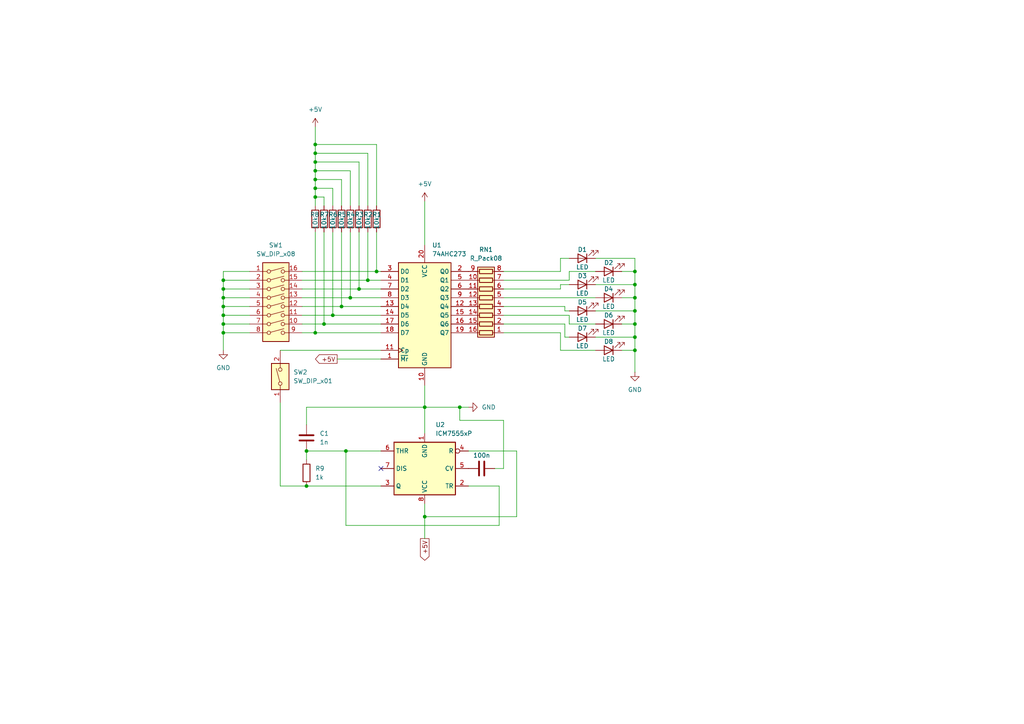
<source format=kicad_sch>
(kicad_sch (version 20250114) (generator "eeschema") (generator_version "9.0")
  (paper "A4")
  (title_block (title "8-Bit D-type Flip-Flop LED Demo") (date "2025-09-20") (rev "1.0") (company "The Lomis Company of Virginia") (comment 1 "Practice PCB Development for Memory Teaching Tool"))
  (lib_symbols
    (symbol "74xx:74AHC273"
      (property "Reference" "U" (at -7.62 16.51 0))
      (property "Value" "74AHC273" (at -7.62 -16.51 0))
      (symbol "74AHC273_1_0"
        (pin input line (at -12.7 12.7 0) (length 5.08) (name "D0") (number "3"))
        (pin input line (at -12.7 10.16 0) (length 5.08) (name "D1") (number "4"))
        (pin input line (at -12.7 7.62 0) (length 5.08) (name "D2") (number "7"))
        (pin input line (at -12.7 5.08 0) (length 5.08) (name "D3") (number "8"))
        (pin input line (at -12.7 2.54 0) (length 5.08) (name "D4") (number "13"))
        (pin input line (at -12.7 0 0) (length 5.08) (name "D5") (number "14"))
        (pin input line (at -12.7 -2.54 0) (length 5.08) (name "D6") (number "17"))
        (pin input line (at -12.7 -5.08 0) (length 5.08) (name "D7") (number "18"))
        (pin input clock (at -12.7 -10.16 0) (length 5.08) (name "Cp") (number "11"))
        (pin input line (at -12.7 -12.7 0) (length 5.08) (name "~{Mr}") (number "1"))
        (pin power_in line (at 0 20.32 270) (length 5.08) (name "VCC") (number "20"))
        (pin power_in line (at 0 -20.32 90) (length 5.08) (name "GND") (number "10"))
        (pin output line (at 12.7 12.7 180) (length 5.08) (name "Q0") (number "2"))
        (pin output line (at 12.7 10.16 180) (length 5.08) (name "Q1") (number "5"))
        (pin output line (at 12.7 7.62 180) (length 5.08) (name "Q2") (number "6"))
        (pin output line (at 12.7 5.08 180) (length 5.08) (name "Q3") (number "9"))
        (pin output line (at 12.7 2.54 180) (length 5.08) (name "Q4") (number "12"))
        (pin output line (at 12.7 0 180) (length 5.08) (name "Q5") (number "15"))
        (pin output line (at 12.7 -2.54 180) (length 5.08) (name "Q6") (number "16"))
        (pin output line (at 12.7 -5.08 180) (length 5.08) (name "Q7") (number "19"))
      )
      (symbol "74AHC273_1_1"
        (rectangle (start -7.62 15.24) (end 7.62 -15.24) (stroke (width 0.254)) (fill (type background)))
      )
    )
    (symbol "Device:C" (pin_numbers (hide yes)) (pin_names (offset 0.254))
      (property "Reference" "C" (at 0.635 2.54 0))
      (property "Value" "C" (at 0.635 -2.54 0))
      (symbol "C_0_1"
        (polyline (pts (xy -2.032 0.762) (xy 2.032 0.762)) (stroke (width 0.508)))
        (polyline (pts (xy -2.032 -0.762) (xy 2.032 -0.762)) (stroke (width 0.508)))
      )
      (symbol "C_1_1"
        (pin passive line (at 0 3.81 270) (length 2.794) (name "~") (number "1"))
        (pin passive line (at 0 -3.81 90) (length 2.794) (name "~") (number "2"))
      )
    )
    (symbol "Device:LED" (pin_numbers (hide yes)) (pin_names (offset 1.016) (hide yes))
      (property "Reference" "D" (at 0 2.54 0))
      (property "Value" "LED" (at 0 -2.54 0))
      (symbol "LED_0_1"
        (polyline (pts (xy -3.048 -0.762) (xy -4.572 -2.286) (xy -3.81 -2.286) (xy -4.572 -2.286) (xy -4.572 -1.524)))
        (polyline (pts (xy -1.778 -0.762) (xy -3.302 -2.286) (xy -2.54 -2.286) (xy -3.302 -2.286) (xy -3.302 -1.524)))
        (polyline (pts (xy -1.27 0) (xy 1.27 0)))
        (polyline (pts (xy -1.27 -1.27) (xy -1.27 1.27)) (stroke (width 0.254)))
        (polyline (pts (xy 1.27 -1.27) (xy 1.27 1.27) (xy -1.27 0) (xy 1.27 -1.27)) (stroke (width 0.254)))
      )
      (symbol "LED_1_1"
        (pin passive line (at -3.81 0 0) (length 2.54) (name "K") (number "1"))
        (pin passive line (at 3.81 0 180) (length 2.54) (name "A") (number "2"))
      )
    )
    (symbol "Device:R" (pin_numbers (hide yes)) (pin_names (offset 0))
      (property "Reference" "R" (at 2.032 0 90))
      (property "Value" "R" (at 0 0 90))
      (symbol "R_0_1"
        (rectangle (start -1.016 -2.54) (end 1.016 2.54) (stroke (width 0.254)))
      )
      (symbol "R_1_1"
        (pin passive line (at 0 3.81 270) (length 1.27) (name "~") (number "1"))
        (pin passive line (at 0 -3.81 90) (length 1.27) (name "~") (number "2"))
      )
    )
    (symbol "Device:R_Pack08" (pin_names (offset 0) (hide yes))
      (property "Reference" "RN" (at -12.7 0 90))
      (property "Value" "R_Pack08" (at 10.16 0 90))
      (symbol "R_Pack08_0_1"
        (rectangle (start -11.43 -2.413) (end 8.89 2.413) (stroke (width 0.254)) (fill (type background)))
        (rectangle (start -10.795 1.905) (end -9.525 -1.905) (stroke (width 0.254)))
        (polyline (pts (xy -10.16 1.905) (xy -10.16 2.54)))
        (polyline (pts (xy -10.16 -2.54) (xy -10.16 -1.905)))
        (rectangle (start -8.255 1.905) (end -6.985 -1.905) (stroke (width 0.254)))
        (polyline (pts (xy -7.62 1.905) (xy -7.62 2.54)))
        (polyline (pts (xy -7.62 -2.54) (xy -7.62 -1.905)))
        (rectangle (start -5.715 1.905) (end -4.445 -1.905) (stroke (width 0.254)))
        (polyline (pts (xy -5.08 1.905) (xy -5.08 2.54)))
        (polyline (pts (xy -5.08 -2.54) (xy -5.08 -1.905)))
        (rectangle (start -3.175 1.905) (end -1.905 -1.905) (stroke (width 0.254)))
        (polyline (pts (xy -2.54 1.905) (xy -2.54 2.54)))
        (polyline (pts (xy -2.54 -2.54) (xy -2.54 -1.905)))
        (rectangle (start -0.635 1.905) (end 0.635 -1.905) (stroke (width 0.254)))
        (polyline (pts (xy 0 1.905) (xy 0 2.54)))
        (polyline (pts (xy 0 -2.54) (xy 0 -1.905)))
        (rectangle (start 1.905 1.905) (end 3.175 -1.905) (stroke (width 0.254)))
        (polyline (pts (xy 2.54 1.905) (xy 2.54 2.54)))
        (polyline (pts (xy 2.54 -2.54) (xy 2.54 -1.905)))
        (rectangle (start 4.445 1.905) (end 5.715 -1.905) (stroke (width 0.254)))
        (polyline (pts (xy 5.08 1.905) (xy 5.08 2.54)))
        (polyline (pts (xy 5.08 -2.54) (xy 5.08 -1.905)))
        (rectangle (start 6.985 1.905) (end 8.255 -1.905) (stroke (width 0.254)))
        (polyline (pts (xy 7.62 1.905) (xy 7.62 2.54)))
        (polyline (pts (xy 7.62 -2.54) (xy 7.62 -1.905)))
      )
      (symbol "R_Pack08_1_1"
        (pin passive line (at -10.16 5.08 270) (length 2.54) (name "R1.2") (number "16"))
        (pin passive line (at -10.16 -5.08 90) (length 2.54) (name "R1.1") (number "1"))
        (pin passive line (at -7.62 5.08 270) (length 2.54) (name "R2.2") (number "15"))
        (pin passive line (at -7.62 -5.08 90) (length 2.54) (name "R2.1") (number "2"))
        (pin passive line (at -5.08 5.08 270) (length 2.54) (name "R3.2") (number "14"))
        (pin passive line (at -5.08 -5.08 90) (length 2.54) (name "R3.1") (number "3"))
        (pin passive line (at -2.54 5.08 270) (length 2.54) (name "R4.2") (number "13"))
        (pin passive line (at -2.54 -5.08 90) (length 2.54) (name "R4.1") (number "4"))
        (pin passive line (at 0 5.08 270) (length 2.54) (name "R5.2") (number "12"))
        (pin passive line (at 0 -5.08 90) (length 2.54) (name "R5.1") (number "5"))
        (pin passive line (at 2.54 5.08 270) (length 2.54) (name "R6.2") (number "11"))
        (pin passive line (at 2.54 -5.08 90) (length 2.54) (name "R6.1") (number "6"))
        (pin passive line (at 5.08 5.08 270) (length 2.54) (name "R7.2") (number "10"))
        (pin passive line (at 5.08 -5.08 90) (length 2.54) (name "R7.1") (number "7"))
        (pin passive line (at 7.62 5.08 270) (length 2.54) (name "R8.2") (number "9"))
        (pin passive line (at 7.62 -5.08 90) (length 2.54) (name "R8.1") (number "8"))
      )
    )
    (symbol "R_1" (pin_numbers (hide yes)) (pin_names (offset 0))
      (property "Reference" "R" (at 2.032 0 90))
      (property "Value" "R" (at 0 0 90))
      (symbol "R_1_0_1"
        (rectangle (start -1.016 -2.54) (end 1.016 2.54) (stroke (width 0.254)))
      )
      (symbol "R_1_1_1"
        (pin passive line (at 0 3.81 270) (length 1.27) (name "~") (number "1"))
        (pin passive line (at 0 -3.81 90) (length 1.27) (name "~") (number "2"))
      )
    )
    (symbol "Switch:SW_DIP_x01" (pin_names (offset 0) (hide yes))
      (property "Reference" "SW" (at 0 3.81 0))
      (property "Value" "SW_DIP_x01" (at 0 -3.81 0))
      (symbol "SW_DIP_x01_0_0"
        (circle (center -2.032 0) (radius 0.508))
        (polyline (pts (xy -1.524 0.127) (xy 2.3622 1.1684)))
        (circle (center 2.032 0) (radius 0.508))
      )
      (symbol "SW_DIP_x01_0_1"
        (rectangle (start -3.81 2.54) (end 3.81 -2.54) (stroke (width 0.254)) (fill (type background)))
      )
      (symbol "SW_DIP_x01_1_1"
        (pin passive line (at -7.62 0 0) (length 5.08) (name "~") (number "1"))
        (pin passive line (at 7.62 0 180) (length 5.08) (name "~") (number "2"))
      )
    )
    (symbol "Switch:SW_DIP_x08" (pin_names (offset 0) (hide yes))
      (property "Reference" "SW" (at 0 13.97 0))
      (property "Value" "SW_DIP_x08" (at 0 -11.43 0))
      (symbol "SW_DIP_x08_0_0"
        (circle (center -2.032 10.16) (radius 0.508))
        (circle (center -2.032 7.62) (radius 0.508))
        (circle (center -2.032 5.08) (radius 0.508))
        (circle (center -2.032 2.54) (radius 0.508))
        (circle (center -2.032 0) (radius 0.508))
        (circle (center -2.032 -2.54) (radius 0.508))
        (circle (center -2.032 -5.08) (radius 0.508))
        (circle (center -2.032 -7.62) (radius 0.508))
        (polyline (pts (xy -1.524 10.287) (xy 2.3622 11.3284)))
        (polyline (pts (xy -1.524 7.747) (xy 2.3622 8.7884)))
        (polyline (pts (xy -1.524 5.207) (xy 2.3622 6.2484)))
        (polyline (pts (xy -1.524 2.667) (xy 2.3622 3.7084)))
        (polyline (pts (xy -1.524 0.127) (xy 2.3622 1.1684)))
        (polyline (pts (xy -1.524 -2.3876) (xy 2.3622 -1.3462)))
        (polyline (pts (xy -1.524 -4.9276) (xy 2.3622 -3.8862)))
        (polyline (pts (xy -1.524 -7.4676) (xy 2.3622 -6.4262)))
        (circle (center 2.032 10.16) (radius 0.508))
        (circle (center 2.032 7.62) (radius 0.508))
        (circle (center 2.032 5.08) (radius 0.508))
        (circle (center 2.032 2.54) (radius 0.508))
        (circle (center 2.032 0) (radius 0.508))
        (circle (center 2.032 -2.54) (radius 0.508))
        (circle (center 2.032 -5.08) (radius 0.508))
        (circle (center 2.032 -7.62) (radius 0.508))
      )
      (symbol "SW_DIP_x08_0_1"
        (rectangle (start -3.81 12.7) (end 3.81 -10.16) (stroke (width 0.254)) (fill (type background)))
      )
      (symbol "SW_DIP_x08_1_1"
        (pin passive line (at -7.62 10.16 0) (length 5.08) (name "~") (number "1"))
        (pin passive line (at -7.62 7.62 0) (length 5.08) (name "~") (number "2"))
        (pin passive line (at -7.62 5.08 0) (length 5.08) (name "~") (number "3"))
        (pin passive line (at -7.62 2.54 0) (length 5.08) (name "~") (number "4"))
        (pin passive line (at -7.62 0 0) (length 5.08) (name "~") (number "5"))
        (pin passive line (at -7.62 -2.54 0) (length 5.08) (name "~") (number "6"))
        (pin passive line (at -7.62 -5.08 0) (length 5.08) (name "~") (number "7"))
        (pin passive line (at -7.62 -7.62 0) (length 5.08) (name "~") (number "8"))
        (pin passive line (at 7.62 10.16 180) (length 5.08) (name "~") (number "16"))
        (pin passive line (at 7.62 7.62 180) (length 5.08) (name "~") (number "15"))
        (pin passive line (at 7.62 5.08 180) (length 5.08) (name "~") (number "14"))
        (pin passive line (at 7.62 2.54 180) (length 5.08) (name "~") (number "13"))
        (pin passive line (at 7.62 0 180) (length 5.08) (name "~") (number "12"))
        (pin passive line (at 7.62 -2.54 180) (length 5.08) (name "~") (number "11"))
        (pin passive line (at 7.62 -5.08 180) (length 5.08) (name "~") (number "10"))
        (pin passive line (at 7.62 -7.62 180) (length 5.08) (name "~") (number "9"))
      )
    )
    (symbol "Timer:ICM7555xP"
      (property "Reference" "U" (at -10.16 8.89 0))
      (property "Value" "ICM7555xP" (at 2.54 8.89 0))
      (symbol "ICM7555xP_0_0"
        (pin power_in line (at 0 10.16 270) (length 2.54) (name "VCC") (number "8"))
        (pin power_in line (at 0 -10.16 90) (length 2.54) (name "GND") (number "1"))
      )
      (symbol "ICM7555xP_0_1"
        (rectangle (start -8.89 -7.62) (end 8.89 7.62) (stroke (width 0.254)) (fill (type background)))
        (rectangle (start -8.89 -7.62) (end 8.89 7.62) (stroke (width 0.254)) (fill (type background)))
      )
      (symbol "ICM7555xP_1_1"
        (pin input line (at -12.7 5.08 0) (length 3.81) (name "TR") (number "2"))
        (pin input line (at -12.7 0 0) (length 3.81) (name "CV") (number "5"))
        (pin input inverted (at -12.7 -5.08 0) (length 3.81) (name "R") (number "4"))
        (pin output line (at 12.7 5.08 180) (length 3.81) (name "Q") (number "3"))
        (pin input line (at 12.7 0 180) (length 3.81) (name "DIS") (number "7"))
        (pin input line (at 12.7 -5.08 180) (length 3.81) (name "THR") (number "6"))
      )
    )
    (symbol "power:+5V" (power) (pin_numbers (hide yes)) (pin_names (offset 0) (hide yes))
      (property "Value" "+5V" (at 0 3.556 0))
      (symbol "+5V_0_1"
        (polyline (pts (xy -0.762 1.27) (xy 0 2.54)))
        (polyline (pts (xy 0 2.54) (xy 0.762 1.27)))
        (polyline (pts (xy 0 0) (xy 0 2.54)))
      )
      (symbol "+5V_1_1"
        (pin power_in line (at 0 0 90) (length 0) (name "~") (number "1"))
      )
    )
    (symbol "power:GND" (power) (pin_numbers (hide yes)) (pin_names (offset 0) (hide yes))
      (property "Value" "GND" (at 0 -3.81 0))
      (symbol "GND_0_1"
        (polyline (pts (xy 0 0) (xy 0 -1.27) (xy 1.27 -1.27) (xy 0 -2.54) (xy -1.27 -1.27) (xy 0 -1.27)))
      )
      (symbol "GND_1_1"
        (pin power_in line (at 0 0 270) (length 0) (name "~") (number "1"))
      )
    )
  )
  (junction (at 91.44 54.61))
  (junction (at 91.44 44.45))
  (junction (at 64.77 88.9))
  (junction (at 64.77 96.52))
  (junction (at 93.98 93.98))
  (junction (at 184.15 90.17))
  (junction (at 91.44 57.15))
  (junction (at 91.44 96.52))
  (junction (at 91.44 49.53))
  (junction (at 99.06 88.9))
  (junction (at 88.9 140.97))
  (junction (at 88.9 130.81))
  (junction (at 104.14 83.82))
  (junction (at 109.22 78.74))
  (junction (at 91.44 46.99))
  (junction (at 184.15 86.36))
  (junction (at 64.77 93.98))
  (junction (at 184.15 93.98))
  (junction (at 100.33 130.81))
  (junction (at 64.77 91.44))
  (junction (at 123.19 118.11))
  (junction (at 64.77 81.28))
  (junction (at 133.35 118.11))
  (junction (at 184.15 97.79))
  (junction (at 184.15 101.6))
  (junction (at 184.15 82.55))
  (junction (at 64.77 86.36))
  (junction (at 64.77 83.82))
  (junction (at 101.6 86.36))
  (junction (at 91.44 52.07))
  (junction (at 184.15 78.74))
  (junction (at 96.52 91.44))
  (junction (at 106.68 81.28))
  (junction (at 123.19 149.86))
  (junction (at 91.44 41.91))
  (no_connect (at 110.49 135.89))
  (wire (pts (xy 99.06 67.31) (xy 99.06 88.9)))
  (wire (pts (xy 146.05 88.9) (xy 163.83 88.9)))
  (wire (pts (xy 72.39 91.44) (xy 64.77 91.44)))
  (wire (pts (xy 146.05 81.28) (xy 165.1 81.28)))
  (wire (pts (xy 184.15 82.55) (xy 172.72 82.55)))
  (wire (pts (xy 81.28 140.97) (xy 88.9 140.97)))
  (wire (pts (xy 165.1 78.74) (xy 172.72 78.74)))
  (wire (pts (xy 91.44 57.15) (xy 91.44 59.69)))
  (wire (pts (xy 91.44 54.61) (xy 91.44 57.15)))
  (wire (pts (xy 72.39 78.74) (xy 64.77 78.74)))
  (wire (pts (xy 146.05 135.89) (xy 146.05 121.92)))
  (wire (pts (xy 101.6 59.69) (xy 101.6 49.53)))
  (wire (pts (xy 99.06 59.69) (xy 99.06 52.07)))
  (wire (pts (xy 64.77 91.44) (xy 64.77 93.98)))
  (wire (pts (xy 109.22 67.31) (xy 109.22 78.74)))
  (wire (pts (xy 87.63 86.36) (xy 101.6 86.36)))
  (wire (pts (xy 72.39 96.52) (xy 64.77 96.52)))
  (wire (pts (xy 184.15 101.6) (xy 184.15 107.95)))
  (wire (pts (xy 184.15 90.17) (xy 184.15 86.36)))
  (wire (pts (xy 172.72 90.17) (xy 184.15 90.17)))
  (wire (pts (xy 72.39 83.82) (xy 64.77 83.82)))
  (wire (pts (xy 88.9 133.35) (xy 88.9 130.81)))
  (wire (pts (xy 87.63 88.9) (xy 99.06 88.9)))
  (wire (pts (xy 87.63 83.82) (xy 104.14 83.82)))
  (wire (pts (xy 146.05 93.98) (xy 163.83 93.98)))
  (wire (pts (xy 165.1 91.44) (xy 165.1 93.98)))
  (wire (pts (xy 88.9 130.81) (xy 100.33 130.81)))
  (wire (pts (xy 91.44 54.61) (xy 96.52 54.61)))
  (wire (pts (xy 64.77 83.82) (xy 64.77 86.36)))
  (wire (pts (xy 91.44 49.53) (xy 101.6 49.53)))
  (wire (pts (xy 88.9 118.11) (xy 123.19 118.11)))
  (wire (pts (xy 135.89 130.81) (xy 149.86 130.81)))
  (wire (pts (xy 93.98 57.15) (xy 91.44 57.15)))
  (wire (pts (xy 123.19 111.76) (xy 123.19 118.11)))
  (wire (pts (xy 162.56 101.6) (xy 172.72 101.6)))
  (wire (pts (xy 104.14 59.69) (xy 104.14 46.99)))
  (wire (pts (xy 133.35 121.92) (xy 133.35 118.11)))
  (wire (pts (xy 184.15 101.6) (xy 184.15 97.79)))
  (wire (pts (xy 109.22 41.91) (xy 91.44 41.91)))
  (wire (pts (xy 109.22 78.74) (xy 110.49 78.74)))
  (wire (pts (xy 123.19 118.11) (xy 123.19 125.73)))
  (wire (pts (xy 184.15 78.74) (xy 184.15 74.93)))
  (wire (pts (xy 88.9 123.19) (xy 88.9 118.11)))
  (wire (pts (xy 64.77 93.98) (xy 64.77 96.52)))
  (wire (pts (xy 87.63 81.28) (xy 106.68 81.28)))
  (wire (pts (xy 100.33 130.81) (xy 110.49 130.81)))
  (wire (pts (xy 123.19 149.86) (xy 123.19 156.21)))
  (wire (pts (xy 184.15 86.36) (xy 180.34 86.36)))
  (wire (pts (xy 163.83 93.98) (xy 163.83 97.79)))
  (wire (pts (xy 91.44 52.07) (xy 99.06 52.07)))
  (wire (pts (xy 91.44 46.99) (xy 91.44 49.53)))
  (wire (pts (xy 106.68 59.69) (xy 106.68 44.45)))
  (wire (pts (xy 133.35 118.11) (xy 135.89 118.11)))
  (wire (pts (xy 91.44 67.31) (xy 91.44 96.52)))
  (wire (pts (xy 162.56 82.55) (xy 165.1 82.55)))
  (wire (pts (xy 91.44 96.52) (xy 110.49 96.52)))
  (wire (pts (xy 162.56 78.74) (xy 162.56 74.93)))
  (wire (pts (xy 144.78 152.4) (xy 100.33 152.4)))
  (wire (pts (xy 149.86 130.81) (xy 149.86 149.86)))
  (wire (pts (xy 100.33 152.4) (xy 100.33 130.81)))
  (wire (pts (xy 146.05 83.82) (xy 162.56 83.82)))
  (wire (pts (xy 64.77 96.52) (xy 64.77 101.6)))
  (wire (pts (xy 162.56 96.52) (xy 162.56 101.6)))
  (wire (pts (xy 123.19 118.11) (xy 133.35 118.11)))
  (wire (pts (xy 96.52 67.31) (xy 96.52 91.44)))
  (wire (pts (xy 91.44 49.53) (xy 91.44 52.07)))
  (wire (pts (xy 143.51 135.89) (xy 146.05 135.89)))
  (wire (pts (xy 162.56 83.82) (xy 162.56 82.55)))
  (wire (pts (xy 184.15 93.98) (xy 184.15 90.17)))
  (wire (pts (xy 93.98 59.69) (xy 93.98 57.15)))
  (wire (pts (xy 87.63 93.98) (xy 93.98 93.98)))
  (wire (pts (xy 93.98 67.31) (xy 93.98 93.98)))
  (wire (pts (xy 172.72 97.79) (xy 184.15 97.79)))
  (wire (pts (xy 64.77 88.9) (xy 64.77 91.44)))
  (wire (pts (xy 96.52 59.69) (xy 96.52 54.61)))
  (wire (pts (xy 91.44 36.83) (xy 91.44 41.91)))
  (wire (pts (xy 97.79 104.14) (xy 110.49 104.14)))
  (wire (pts (xy 104.14 46.99) (xy 91.44 46.99)))
  (wire (pts (xy 146.05 96.52) (xy 162.56 96.52)))
  (wire (pts (xy 91.44 44.45) (xy 91.44 46.99)))
  (wire (pts (xy 184.15 82.55) (xy 184.15 78.74)))
  (wire (pts (xy 146.05 78.74) (xy 162.56 78.74)))
  (wire (pts (xy 93.98 93.98) (xy 110.49 93.98)))
  (wire (pts (xy 163.83 97.79) (xy 165.1 97.79)))
  (wire (pts (xy 91.44 41.91) (xy 91.44 44.45)))
  (wire (pts (xy 72.39 93.98) (xy 64.77 93.98)))
  (wire (pts (xy 165.1 81.28) (xy 165.1 78.74)))
  (wire (pts (xy 87.63 91.44) (xy 96.52 91.44)))
  (wire (pts (xy 123.19 58.42) (xy 123.19 71.12)))
  (wire (pts (xy 123.19 149.86) (xy 149.86 149.86)))
  (wire (pts (xy 64.77 81.28) (xy 64.77 83.82)))
  (wire (pts (xy 99.06 88.9) (xy 110.49 88.9)))
  (wire (pts (xy 101.6 67.31) (xy 101.6 86.36)))
  (wire (pts (xy 146.05 91.44) (xy 165.1 91.44)))
  (wire (pts (xy 184.15 97.79) (xy 184.15 93.98)))
  (wire (pts (xy 106.68 44.45) (xy 91.44 44.45)))
  (wire (pts (xy 106.68 67.31) (xy 106.68 81.28)))
  (wire (pts (xy 72.39 81.28) (xy 64.77 81.28)))
  (wire (pts (xy 110.49 101.6) (xy 81.28 101.6)))
  (wire (pts (xy 72.39 86.36) (xy 64.77 86.36)))
  (wire (pts (xy 162.56 74.93) (xy 165.1 74.93)))
  (wire (pts (xy 163.83 90.17) (xy 165.1 90.17)))
  (wire (pts (xy 184.15 86.36) (xy 184.15 82.55)))
  (wire (pts (xy 87.63 96.52) (xy 91.44 96.52)))
  (wire (pts (xy 163.83 88.9) (xy 163.83 90.17)))
  (wire (pts (xy 64.77 78.74) (xy 64.77 81.28)))
  (wire (pts (xy 91.44 52.07) (xy 91.44 54.61)))
  (wire (pts (xy 96.52 91.44) (xy 110.49 91.44)))
  (wire (pts (xy 146.05 86.36) (xy 172.72 86.36)))
  (wire (pts (xy 106.68 81.28) (xy 110.49 81.28)))
  (wire (pts (xy 81.28 116.84) (xy 81.28 140.97)))
  (wire (pts (xy 180.34 101.6) (xy 184.15 101.6)))
  (wire (pts (xy 88.9 140.97) (xy 110.49 140.97)))
  (wire (pts (xy 180.34 93.98) (xy 184.15 93.98)))
  (wire (pts (xy 104.14 67.31) (xy 104.14 83.82)))
  (wire (pts (xy 101.6 86.36) (xy 110.49 86.36)))
  (wire (pts (xy 146.05 121.92) (xy 133.35 121.92)))
  (wire (pts (xy 123.19 146.05) (xy 123.19 149.86)))
  (wire (pts (xy 104.14 83.82) (xy 110.49 83.82)))
  (wire (pts (xy 144.78 140.97) (xy 144.78 152.4)))
  (wire (pts (xy 109.22 59.69) (xy 109.22 41.91)))
  (wire (pts (xy 135.89 140.97) (xy 144.78 140.97)))
  (wire (pts (xy 184.15 78.74) (xy 180.34 78.74)))
  (wire (pts (xy 184.15 74.93) (xy 172.72 74.93)))
  (wire (pts (xy 165.1 93.98) (xy 172.72 93.98)))
  (wire (pts (xy 87.63 78.74) (xy 109.22 78.74)))
  (wire (pts (xy 72.39 88.9) (xy 64.77 88.9)))
  (wire (pts (xy 64.77 86.36) (xy 64.77 88.9)))
  (global_label "+5V" (shape output) (at 123.19 156.21 270) (property "Intersheetrefs" "${INTERSHEET_REFS}" (effects (hide yes))))
  (global_label "+5V" (shape output) (at 97.79 104.14 180) (property "Intersheetrefs" "${INTERSHEET_REFS}" (effects (hide yes))))
  (symbol (lib_id "Device:C") (at 139.7 135.89 90) (unit 1)
    (property "Reference" "C2" (effects (hide yes)))
    (property "Value" "100n" (at 139.7 132.08 90))
    (property "Footprint" "Capacitor_THT:C_Disc_D7.5mm_W2.5mm_P5.00mm" (effects (hide yes)))
    (property "Description" "Unpolarized capacitor" (effects (hide yes)))
  )
  (symbol (lib_id "Device:LED") (at 168.91 97.79 180) (unit 1)
    (property "Reference" "D7" (at 168.91 95.25 0))
    (property "Value" "LED" (at 168.91 100.33 0))
    (property "Footprint" "LED_THT:LED_D10.0mm" (effects (hide yes)))
    (property "Description" "Light emitting diode" (effects (hide yes)))
    (property "Sim.Pins" "1=K 2=A" (effects (hide yes)))
  )
  (symbol (lib_id "Device:R") (at 106.68 63.5 0) (unit 1)
    (property "Reference" "R2" (at 105.41 62.23 0) (effects (justify left)))
    (property "Value" "10k" (at 106.68 66.548 90) (effects (justify left)))
    (property "Footprint" "Resistor_THT:R_Axial_DIN0207_L6.3mm_D2.5mm_P7.62mm_Horizontal" (effects (hide yes)))
    (property "Description" "Resistor" (effects (hide yes)))
  )
  (symbol (lib_name "R_1") (lib_id "Device:R") (at 91.44 63.5 0) (unit 1)
    (property "Reference" "R8" (at 89.916 62.23 0) (effects (justify left)))
    (property "Value" "10k" (at 91.44 66.548 90) (effects (justify left)))
    (property "Footprint" "Resistor_THT:R_Axial_DIN0207_L6.3mm_D2.5mm_P7.62mm_Horizontal" (effects (hide yes)))
    (property "Description" "Resistor" (effects (hide yes)))
  )
  (symbol (lib_id "Device:LED") (at 168.91 74.93 180) (unit 1)
    (property "Reference" "D1" (at 168.91 72.39 0))
    (property "Value" "LED" (at 168.91 77.47 0))
    (property "Footprint" "LED_THT:LED_D10.0mm" (effects (hide yes)))
    (property "Description" "Light emitting diode" (effects (hide yes)))
    (property "Sim.Pins" "1=K 2=A" (effects (hide yes)))
  )
  (symbol (lib_id "power:+5V") (at 91.44 36.83 0) (unit 1)
    (property "Reference" "#PWR05" (effects (hide yes)))
    (property "Value" "+5V" (at 91.44 31.75 0))
    (property "Description" "Power symbol creates a global label with name \"+5V\"" (effects (hide yes)))
  )
  (symbol (lib_id "Device:LED") (at 176.53 93.98 180) (unit 1)
    (property "Reference" "D6" (at 176.53 91.44 0))
    (property "Value" "LED" (at 176.53 96.52 0))
    (property "Footprint" "LED_THT:LED_D10.0mm" (effects (hide yes)))
    (property "Description" "Light emitting diode" (effects (hide yes)))
    (property "Sim.Pins" "1=K 2=A" (effects (hide yes)))
  )
  (symbol (lib_id "Switch:SW_DIP_x01") (at 81.28 109.22 90) (unit 1)
    (property "Reference" "SW2" (at 85.09 107.9499 90) (effects (justify right)))
    (property "Value" "SW_DIP_x01" (at 85.09 110.4899 90) (effects (justify right)))
    (property "Footprint" "Button_Switch_THT:SW_DIP_SPSTx01_Slide_9.78x4.72mm_W7.62mm_P2.54mm" (effects (hide yes)))
    (property "Description" "1x DIP Switch, Single Pole Single Throw (SPST) switch, small symbol" (effects (hide yes)))
  )
  (symbol (lib_id "power:GND") (at 64.77 101.6 0) (unit 1)
    (property "Reference" "#PWR02" (effects (hide yes)))
    (property "Value" "GND" (at 64.77 106.68 0))
    (property "Description" "Power symbol creates a global label with name \"GND\" , ground" (effects (hide yes)))
  )
  (symbol (lib_id "Device:R") (at 99.06 63.5 0) (unit 1)
    (property "Reference" "R5" (at 97.79 62.23 0) (effects (justify left)))
    (property "Value" "10k" (at 99.06 66.548 90) (effects (justify left)))
    (property "Footprint" "Resistor_THT:R_Axial_DIN0207_L6.3mm_D2.5mm_P7.62mm_Horizontal" (effects (hide yes)))
    (property "Description" "Resistor" (effects (hide yes)))
  )
  (symbol (lib_id "Device:R_Pack08") (at 140.97 86.36 90) (unit 1)
    (property "Reference" "RN1" (at 140.97 72.39 90))
    (property "Value" "R_Pack08" (at 140.97 74.93 90))
    (property "Footprint" "Package_DIP:DIP-16_W7.62mm_Socket" (effects (hide yes)))
    (property "Description" "8 resistor network, parallel topology" (effects (hide yes)))
  )
  (symbol (lib_id "Device:R") (at 93.98 63.5 0) (unit 1)
    (property "Reference" "R7" (at 92.71 62.23 0) (effects (justify left)))
    (property "Value" "10k" (at 93.98 66.548 90) (effects (justify left)))
    (property "Footprint" "Resistor_THT:R_Axial_DIN0207_L6.3mm_D2.5mm_P7.62mm_Horizontal" (effects (hide yes)))
    (property "Description" "Resistor" (effects (hide yes)))
  )
  (symbol (lib_id "Device:LED") (at 168.91 82.55 180) (unit 1)
    (property "Reference" "D3" (at 168.91 80.01 0))
    (property "Value" "LED" (at 168.91 85.09 0))
    (property "Footprint" "LED_THT:LED_D10.0mm" (effects (hide yes)))
    (property "Description" "Light emitting diode" (effects (hide yes)))
    (property "Sim.Pins" "1=K 2=A" (effects (hide yes)))
  )
  (symbol (lib_id "Device:R") (at 88.9 137.16 0) (unit 1)
    (property "Reference" "R9" (at 91.44 135.8899 0) (effects (justify left)))
    (property "Value" "1k" (at 91.44 138.4299 0) (effects (justify left)))
    (property "Footprint" "Resistor_THT:R_Axial_DIN0207_L6.3mm_D2.5mm_P7.62mm_Horizontal" (effects (hide yes)))
    (property "Description" "Resistor" (effects (hide yes)))
  )
  (symbol (lib_id "Device:LED") (at 176.53 78.74 180) (unit 1)
    (property "Reference" "D2" (at 176.53 76.2 0))
    (property "Value" "LED" (at 176.53 81.28 0))
    (property "Footprint" "LED_THT:LED_D10.0mm" (effects (hide yes)))
    (property "Description" "Light emitting diode" (effects (hide yes)))
    (property "Sim.Pins" "1=K 2=A" (effects (hide yes)))
  )
  (symbol (lib_id "Device:LED") (at 176.53 86.36 180) (unit 1)
    (property "Reference" "D4" (at 176.53 83.82 0))
    (property "Value" "LED" (at 176.53 88.9 0))
    (property "Footprint" "LED_THT:LED_D10.0mm" (effects (hide yes)))
    (property "Description" "Light emitting diode" (effects (hide yes)))
    (property "Sim.Pins" "1=K 2=A" (effects (hide yes)))
  )
  (symbol (lib_id "Device:R") (at 96.52 63.5 0) (unit 1)
    (property "Reference" "R6" (at 95.25 62.23 0) (effects (justify left)))
    (property "Value" "10k" (at 96.52 66.548 90) (effects (justify left)))
    (property "Footprint" "Resistor_THT:R_Axial_DIN0207_L6.3mm_D2.5mm_P7.62mm_Horizontal" (effects (hide yes)))
    (property "Description" "Resistor" (effects (hide yes)))
  )
  (symbol (lib_id "power:GND") (at 135.89 118.11 90) (unit 1)
    (property "Reference" "#PWR01" (effects (hide yes)))
    (property "Value" "GND" (at 139.7 118.1099 90) (effects (justify right)))
    (property "Description" "Power symbol creates a global label with name \"GND\" , ground" (effects (hide yes)))
  )
  (symbol (lib_id "Device:R") (at 109.22 63.5 0) (unit 1)
    (property "Reference" "R1" (at 107.95 62.23 0) (effects (justify left)))
    (property "Value" "10k" (at 109.22 66.548 90) (effects (justify left)))
    (property "Footprint" "Resistor_THT:R_Axial_DIN0207_L6.3mm_D2.5mm_P7.62mm_Horizontal" (effects (hide yes)))
    (property "Description" "Resistor" (effects (hide yes)))
  )
  (symbol (lib_id "Device:R") (at 101.6 63.5 0) (unit 1)
    (property "Reference" "R4" (at 100.33 62.23 0) (effects (justify left)))
    (property "Value" "10k" (at 101.6 66.548 90) (effects (justify left)))
    (property "Footprint" "Resistor_THT:R_Axial_DIN0207_L6.3mm_D2.5mm_P7.62mm_Horizontal" (effects (hide yes)))
    (property "Description" "Resistor" (effects (hide yes)))
  )
  (symbol (lib_id "Device:C") (at 88.9 127 0) (unit 1)
    (property "Reference" "C1" (at 92.71 125.7299 0) (effects (justify left)))
    (property "Value" "1n" (at 92.71 128.2699 0) (effects (justify left)))
    (property "Footprint" "Capacitor_THT:C_Disc_D7.5mm_W2.5mm_P5.00mm" (effects (hide yes)))
    (property "Description" "Unpolarized capacitor" (effects (hide yes)))
  )
  (symbol (lib_id "Device:R") (at 104.14 63.5 0) (unit 1)
    (property "Reference" "R3" (at 102.87 62.23 0) (effects (justify left)))
    (property "Value" "10k" (at 104.14 66.548 90) (effects (justify left)))
    (property "Footprint" "Resistor_THT:R_Axial_DIN0207_L6.3mm_D2.5mm_P7.62mm_Horizontal" (effects (hide yes)))
    (property "Description" "Resistor" (effects (hide yes)))
  )
  (symbol (lib_id "Device:LED") (at 168.91 90.17 180) (unit 1)
    (property "Reference" "D5" (at 168.91 87.63 0))
    (property "Value" "LED" (at 168.91 92.71 0))
    (property "Footprint" "LED_THT:LED_D10.0mm" (effects (hide yes)))
    (property "Description" "Light emitting diode" (effects (hide yes)))
    (property "Sim.Pins" "1=K 2=A" (effects (hide yes)))
  )
  (symbol (lib_id "power:+5V") (at 123.19 58.42 0) (unit 1)
    (property "Reference" "#PWR04" (effects (hide yes)))
    (property "Value" "+5V" (at 123.19 53.34 0))
    (property "Description" "Power symbol creates a global label with name \"+5V\"" (effects (hide yes)))
  )
  (symbol (lib_id "Timer:ICM7555xP") (at 123.19 135.89 180) (unit 1)
    (property "Reference" "U2" (at 126.3081 123.19 0) (effects (justify right)))
    (property "Value" "ICM7555xP" (at 126.3081 125.73 0) (effects (justify right)))
    (property "Footprint" "Package_DIP:DIP-8_W7.62mm_Socket" (effects (hide yes)))
    (property "Datasheet" "http://www.intersil.com/content/dam/Intersil/documents/icm7/icm7555-56.pdf" (effects (hide yes)))
    (property "Description" "CMOS General Purpose Timer, 555 compatible, PDIP-8" (effects (hide yes)))
  )
  (symbol (lib_id "Device:LED") (at 176.53 101.6 180) (unit 1)
    (property "Reference" "D8" (at 176.53 99.06 0))
    (property "Value" "LED" (at 176.53 104.14 0))
    (property "Footprint" "LED_THT:LED_D10.0mm" (effects (hide yes)))
    (property "Description" "Light emitting diode" (effects (hide yes)))
    (property "Sim.Pins" "1=K 2=A" (effects (hide yes)))
  )
  (symbol (lib_id "power:GND") (at 184.15 107.95 0) (unit 1)
    (property "Reference" "#PWR03" (effects (hide yes)))
    (property "Value" "GND" (at 184.15 113.03 0))
    (property "Description" "Power symbol creates a global label with name \"GND\" , ground" (effects (hide yes)))
  )
  (symbol (lib_id "Switch:SW_DIP_x08") (at 80.01 88.9 0) (unit 1)
    (property "Reference" "SW1" (at 80.01 71.12 0))
    (property "Value" "SW_DIP_x08" (at 80.01 73.66 0))
    (property "Footprint" "Button_Switch_THT:SW_DIP_SPSTx08_Slide_9.78x22.5mm_W7.62mm_P2.54mm" (effects (hide yes)))
    (property "Description" "8x DIP Switch, Single Pole Single Throw (SPST) switch, small symbol" (effects (hide yes)))
  )
  (symbol (lib_id "74xx:74AHC273") (at 123.19 91.44 0) (unit 1)
    (property "Reference" "U1" (at 125.3333 71.12 0) (effects (justify left)))
    (property "Value" "74AHC273" (at 125.3333 73.66 0) (effects (justify left)))
    (property "Footprint" "Package_DIP:DIP-20_W7.62mm_Socket" (effects (hide yes)))
    (property "Datasheet" "https://assets.nexperia.com/documents/data-sheet/74AHC_AHCT273.pdf" (effects (hide yes)))
    (property "Description" "8-bit D Flip-Flop, reset" (effects (hide yes)))
  )
)
</source>
